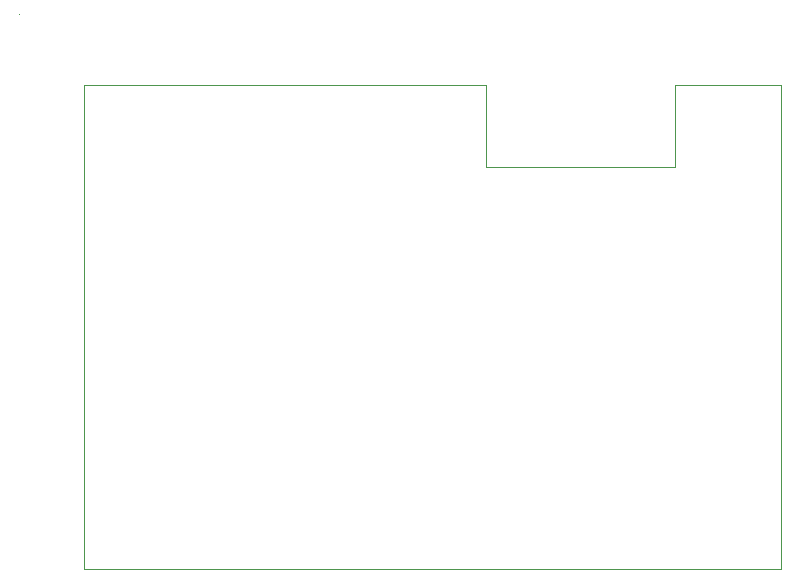
<source format=gbr>
%TF.GenerationSoftware,KiCad,Pcbnew,5.1.10-88a1d61d58~88~ubuntu20.04.1*%
%TF.CreationDate,2021-08-10T15:11:50-03:00*%
%TF.ProjectId,lora_end_device,6c6f7261-5f65-46e6-945f-646576696365,rev?*%
%TF.SameCoordinates,Original*%
%TF.FileFunction,Profile,NP*%
%FSLAX46Y46*%
G04 Gerber Fmt 4.6, Leading zero omitted, Abs format (unit mm)*
G04 Created by KiCad (PCBNEW 5.1.10-88a1d61d58~88~ubuntu20.04.1) date 2021-08-10 15:11:50*
%MOMM*%
%LPD*%
G01*
G04 APERTURE LIST*
%TA.AperFunction,Profile*%
%ADD10C,0.050000*%
%TD*%
G04 APERTURE END LIST*
D10*
X108000000Y-58000000D02*
X117000000Y-58000000D01*
X108000000Y-65000000D02*
X108000000Y-58000000D01*
X92000000Y-65000000D02*
X108000000Y-65000000D01*
X92000000Y-58000000D02*
X92000000Y-65000000D01*
X52500000Y-52000000D02*
X52500000Y-52000000D01*
X58000000Y-99000000D02*
X58000000Y-58000000D01*
X117000000Y-99000000D02*
X58000000Y-99000000D01*
X117000000Y-58000000D02*
X117000000Y-99000000D01*
X58000000Y-58000000D02*
X92000000Y-58000000D01*
M02*

</source>
